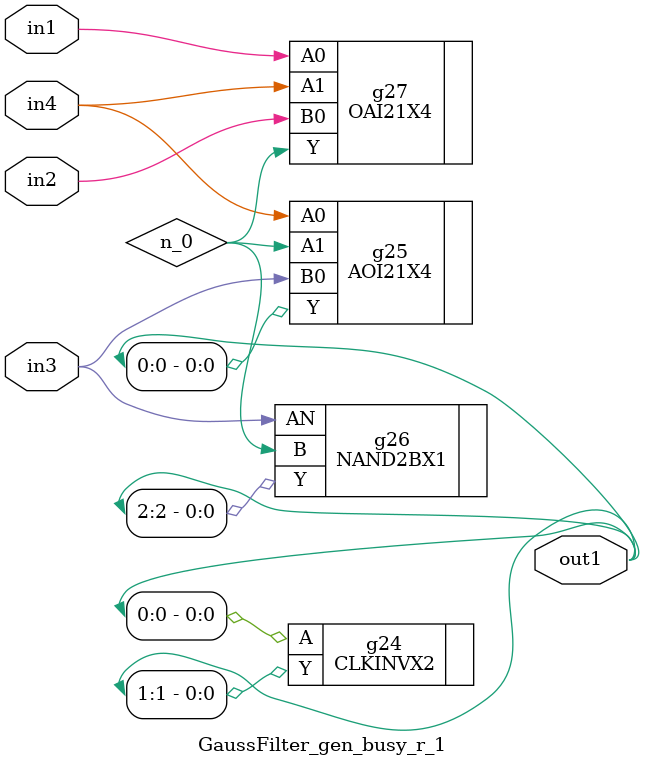
<source format=v>
`timescale 1ps / 1ps


module GaussFilter_gen_busy_r_1(in1, in2, in3, in4, out1);
  input in1, in2, in3, in4;
  output [2:0] out1;
  wire in1, in2, in3, in4;
  wire [2:0] out1;
  wire n_0;
  CLKINVX2 g24(.A (out1[0]), .Y (out1[1]));
  AOI21X4 g25(.A0 (in4), .A1 (n_0), .B0 (in3), .Y (out1[0]));
  NAND2BX1 g26(.AN (in3), .B (n_0), .Y (out1[2]));
  OAI21X4 g27(.A0 (in1), .A1 (in4), .B0 (in2), .Y (n_0));
endmodule


</source>
